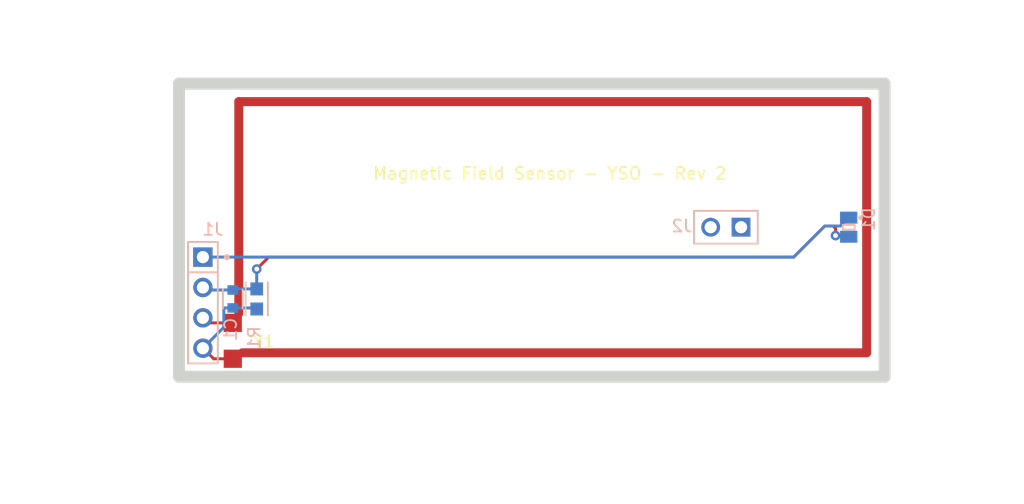
<source format=kicad_pcb>
(kicad_pcb (version 20171130) (host pcbnew "(5.1.5-0-10_14)")

  (general
    (thickness 1.6)
    (drawings 15)
    (tracks 28)
    (zones 0)
    (modules 6)
    (nets 7)
  )

  (page A)
  (title_block
    (title "Magnetic Field Sensor - YSO")
    (date 2021-01-27)
    (rev 2)
    (company NthDegree)
  )

  (layers
    (0 F.Cu signal)
    (31 B.Cu signal)
    (32 B.Adhes user)
    (33 F.Adhes user)
    (34 B.Paste user)
    (35 F.Paste user)
    (36 B.SilkS user)
    (37 F.SilkS user)
    (38 B.Mask user)
    (39 F.Mask user)
    (40 Dwgs.User user)
    (41 Cmts.User user)
    (42 Eco1.User user)
    (43 Eco2.User user)
    (44 Edge.Cuts user)
    (45 Margin user)
    (46 B.CrtYd user)
    (47 F.CrtYd user)
    (48 B.Fab user hide)
    (49 F.Fab user hide)
  )

  (setup
    (last_trace_width 0.25)
    (trace_clearance 0.2)
    (zone_clearance 0.508)
    (zone_45_only no)
    (trace_min 0.2)
    (via_size 0.8)
    (via_drill 0.4)
    (via_min_size 0.4)
    (via_min_drill 0.3)
    (uvia_size 0.3)
    (uvia_drill 0.1)
    (uvias_allowed no)
    (uvia_min_size 0.2)
    (uvia_min_drill 0.1)
    (edge_width 0.05)
    (segment_width 0.2)
    (pcb_text_width 0.3)
    (pcb_text_size 1.5 1.5)
    (mod_edge_width 0.12)
    (mod_text_size 1 1)
    (mod_text_width 0.15)
    (pad_size 1.524 1.524)
    (pad_drill 0.762)
    (pad_to_mask_clearance 0.05)
    (aux_axis_origin 90 115)
    (grid_origin 90 115)
    (visible_elements 7FFFFFFF)
    (pcbplotparams
      (layerselection 0x011f4_ffffffff)
      (usegerberextensions false)
      (usegerberattributes true)
      (usegerberadvancedattributes true)
      (creategerberjobfile true)
      (excludeedgelayer true)
      (linewidth 0.100000)
      (plotframeref false)
      (viasonmask false)
      (mode 1)
      (useauxorigin false)
      (hpglpennumber 1)
      (hpglpenspeed 20)
      (hpglpendiameter 15.000000)
      (psnegative false)
      (psa4output false)
      (plotreference true)
      (plotvalue true)
      (plotinvisibletext false)
      (padsonsilk false)
      (subtractmaskfromsilk false)
      (outputformat 1)
      (mirror false)
      (drillshape 0)
      (scaleselection 1)
      (outputdirectory ""))
  )

  (net 0 "")
  (net 1 GND)
  (net 2 /HSEN)
  (net 3 "Net-(J2-Pad2)")
  (net 4 "Net-(J2-Pad1)")
  (net 5 /LSEN)
  (net 6 /5V)

  (net_class Default "This is the default net class."
    (clearance 0.2)
    (trace_width 0.25)
    (via_dia 0.8)
    (via_drill 0.4)
    (uvia_dia 0.3)
    (uvia_drill 0.1)
    (add_net /5V)
    (add_net /HSEN)
    (add_net /LSEN)
    (add_net GND)
    (add_net "Net-(J2-Pad1)")
    (add_net "Net-(J2-Pad2)")
  )

  (module project:Field_Sensor_54_22 (layer F.Cu) (tedit 600ECB86) (tstamp 5FC17685)
    (at 96.5 102.5)
    (path /5FC37E3B)
    (attr smd)
    (fp_text reference Y1 (at 0.6 9.6) (layer F.SilkS)
      (effects (font (size 1 1) (thickness 0.15)))
    )
    (fp_text value Field_Sensor_54_22 (at 25 0) (layer F.Fab)
      (effects (font (size 1 1) (thickness 0.15)))
    )
    (fp_line (start 0 8.89) (end 0 1.27) (layer Dwgs.User) (width 1.27))
    (fp_line (start 49.53 8.89) (end 0 8.89) (layer Dwgs.User) (width 1.27))
    (fp_line (start 49.53 8.89) (end 49.53 -7.62) (layer Dwgs.User) (width 1.27))
    (fp_line (start 0 -8.89) (end 48.26 -8.89) (layer Dwgs.User) (width 1.27))
    (fp_line (start 0 -1.27) (end 0 -8.89) (layer Dwgs.User) (width 1.27))
    (fp_line (start -1.5 7.2) (end -1.5 -10.5) (layer F.Cu) (width 0.75))
    (fp_line (start -1.5 -10.5) (end 51 -10.5) (layer F.Cu) (width 0.75))
    (fp_line (start 51 -10.5) (end 51 10.5) (layer F.Cu) (width 0.75))
    (fp_line (start 51 10.5) (end -1.2 10.5) (layer F.Cu) (width 0.75))
    (pad 1 smd rect (at -2 8) (size 1.524 1.524) (layers F.Cu F.Mask)
      (net 2 /HSEN) (solder_mask_margin 0.2))
    (pad 2 smd rect (at -2 11) (size 1.524 1.524) (layers F.Cu F.Mask)
      (net 1 GND) (solder_mask_margin 0.2))
  )

  (module project:Yageo-RC0603-0-0-IPC_A (layer B.Cu) (tedit 5FBFC9BF) (tstamp 6011B63E)
    (at 96.5 108.5 270)
    (path /6012821D)
    (attr smd)
    (fp_text reference R1 (at 2.182915 0.2 90) (layer B.SilkS)
      (effects (font (size 1 1) (thickness 0.15)) (justify left mirror))
    )
    (fp_text value RC0603FR-071ML (at 0 0 90) (layer B.Fab)
      (effects (font (size 1.27 1.27) (thickness 0.15)) (justify mirror))
    )
    (fp_line (start 1.807916 -0.956066) (end 1.807916 0.956066) (layer B.CrtYd) (width 0.15))
    (fp_line (start -1.807914 -0.956066) (end 1.807916 -0.956066) (layer B.CrtYd) (width 0.15))
    (fp_line (start -1.807914 0.956066) (end -1.807914 -0.956066) (layer B.CrtYd) (width 0.15))
    (fp_line (start 1.807916 0.956066) (end -1.807914 0.956066) (layer B.CrtYd) (width 0.15))
    (fp_line (start 1.807916 0.956066) (end 1.807916 0.956066) (layer B.CrtYd) (width 0.15))
    (fp_line (start -1.382915 0.931066) (end 1.382915 0.931066) (layer B.SilkS) (width 0.15))
    (fp_line (start -1.382915 -0.931066) (end 1.382915 -0.931066) (layer B.SilkS) (width 0.15))
    (fp_line (start 0.775 -0.425) (end -0.775 -0.425) (layer B.Fab) (width 0.15))
    (fp_line (start 0.775 0.425) (end 0.775 -0.425) (layer B.Fab) (width 0.15))
    (fp_line (start -0.775 0.425) (end 0.775 0.425) (layer B.Fab) (width 0.15))
    (fp_line (start -0.775 -0.425) (end -0.775 0.425) (layer B.Fab) (width 0.15))
    (pad 1 smd rect (at -0.840393 0 270) (size 1.085043 1.062132) (layers B.Cu B.Paste B.Mask)
      (net 5 /LSEN))
    (pad 2 smd rect (at 0.840394 0 270) (size 1.085043 1.062132) (layers B.Cu B.Paste B.Mask)
      (net 1 GND))
    (model project.models/RES0603.stp
      (at (xyz 0 0 0))
      (scale (xyz 1 1 1))
      (rotate (xyz 0 0 0))
    )
  )

  (module project:Molex-SD-42375-001-0-0-0 (layer B.Cu) (tedit 6011ACE1) (tstamp 5FC174A9)
    (at 92 108.81 180)
    (path /6011DE8C)
    (fp_text reference J1 (at -1.795 6.13) (layer B.SilkS)
      (effects (font (size 1 1) (thickness 0.15)) (justify left mirror))
    )
    (fp_text value 22-28-4043 (at 0 0) (layer B.Fab)
      (effects (font (size 1.27 1.27) (thickness 0.15)) (justify mirror))
    )
    (fp_line (start 1.395 -5.23) (end 1.395 5.23) (layer B.CrtYd) (width 0.15))
    (fp_line (start -1.395 -5.23) (end 1.395 -5.23) (layer B.CrtYd) (width 0.15))
    (fp_line (start -1.395 5.23) (end -1.395 -5.23) (layer B.CrtYd) (width 0.15))
    (fp_line (start 1.395 5.23) (end -1.395 5.23) (layer B.CrtYd) (width 0.15))
    (fp_line (start 1.395 5.23) (end 1.395 5.23) (layer B.CrtYd) (width 0.15))
    (fp_line (start -1.245 2.54) (end 1.245 2.54) (layer B.SilkS) (width 0.15))
    (fp_line (start 1.245 -5.08) (end -1.245 -5.08) (layer B.SilkS) (width 0.15))
    (fp_line (start 1.245 5.08) (end 1.245 -5.08) (layer B.SilkS) (width 0.15))
    (fp_line (start -1.245 5.08) (end 1.245 5.08) (layer B.SilkS) (width 0.15))
    (fp_line (start -1.245 -5.08) (end -1.245 5.08) (layer B.SilkS) (width 0.15))
    (fp_line (start 1.245 -5.08) (end -1.245 -5.08) (layer B.Fab) (width 0.15))
    (fp_line (start 1.245 5.08) (end 1.245 -5.08) (layer B.Fab) (width 0.15))
    (fp_line (start -1.245 5.08) (end 1.245 5.08) (layer B.Fab) (width 0.15))
    (fp_line (start -1.245 -5.08) (end -1.245 5.08) (layer B.Fab) (width 0.15))
    (fp_circle (center -1.995 3.81) (end -1.87 3.81) (layer B.SilkS) (width 0.25))
    (pad 4 thru_hole circle (at 0 -3.81 180) (size 1.62 1.62) (drill 1.02) (layers *.Cu)
      (net 1 GND))
    (pad 3 thru_hole circle (at 0 -1.27 180) (size 1.62 1.62) (drill 1.02) (layers *.Cu)
      (net 2 /HSEN))
    (pad 2 thru_hole circle (at 0 1.27 180) (size 1.62 1.62) (drill 1.02) (layers *.Cu)
      (net 5 /LSEN))
    (pad 1 thru_hole rect (at 0 3.81 180) (size 1.62 1.62) (drill 1.02) (layers *.Cu)
      (net 6 /5V))
    (model project.models/Molex_-_22-28-4043.step
      (offset (xyz 0 0 2.2))
      (scale (xyz 1 1 1))
      (rotate (xyz 0 180 0))
    )
  )

  (module project:XDCR_TEMD7000X01 (layer B.Cu) (tedit 600C323D) (tstamp 6011B5F3)
    (at 146 102.5 90)
    (path /6012DAB0)
    (attr smd)
    (fp_text reference D1 (at 0.675 1.675 90) (layer B.SilkS)
      (effects (font (size 1 1) (thickness 0.15)) (justify mirror))
    )
    (fp_text value TEMD7000X01 (at 7.66 -1.665 90) (layer B.Fab)
      (effects (font (size 1 1) (thickness 0.15)) (justify mirror))
    )
    (fp_line (start 0.2 0.5) (end -0.2 0.5) (layer B.SilkS) (width 0.15))
    (fp_line (start 0.2 -0.5) (end 0.2 0.5) (layer B.SilkS) (width 0.15))
    (fp_line (start -0.2 -0.5) (end 0.2 -0.5) (layer B.SilkS) (width 0.15))
    (fp_line (start -0.2 0.5) (end -0.2 -0.5) (layer B.SilkS) (width 0.15))
    (fp_line (start 1.55 0.875) (end -1.55 0.875) (layer B.CrtYd) (width 0.05))
    (fp_line (start -1.55 -0.875) (end -1.55 0.875) (layer B.CrtYd) (width 0.05))
    (fp_line (start 1.55 -0.875) (end -1.55 -0.875) (layer B.CrtYd) (width 0.05))
    (fp_line (start 1.55 0.875) (end 1.55 -0.875) (layer B.CrtYd) (width 0.05))
    (fp_circle (center 0.8 1) (end 0.9 1) (layer B.SilkS) (width 0.2))
    (fp_line (start -1 -0.625) (end -1 0.625) (layer B.Fab) (width 0.127))
    (fp_line (start 1 -0.625) (end -1 -0.625) (layer B.Fab) (width 0.127))
    (fp_line (start 1 0.625) (end 1 -0.625) (layer B.Fab) (width 0.127))
    (fp_line (start -1 0.625) (end 1 0.625) (layer B.Fab) (width 0.127))
    (pad C smd rect (at 0.8 0 90) (size 1 1.45) (layers B.Cu B.Paste B.Mask)
      (net 6 /5V))
    (pad A smd rect (at -0.8 0 90) (size 1 1.45) (layers B.Cu B.Paste B.Mask)
      (net 5 /LSEN))
    (model project.models/TEMD7000X01.step
      (at (xyz 0 0 0))
      (scale (xyz 1 1 1))
      (rotate (xyz -90 0 0))
    )
  )

  (module project:YAGEO-CC0603-0-0-0 (layer B.Cu) (tedit 5FBFC9AD) (tstamp 6011B5E0)
    (at 94.5 108.5 270)
    (path /601246D1)
    (attr smd)
    (fp_text reference C1 (at 1.475 0.175 90) (layer B.SilkS)
      (effects (font (size 1 1) (thickness 0.15)) (justify left mirror))
    )
    (fp_text value CC0603KRX7R9BB102 (at 0 0 90) (layer B.Fab)
      (effects (font (size 1.27 1.27) (thickness 0.15)) (justify mirror))
    )
    (fp_line (start -0.8 -0.825) (end 0.8 -0.825) (layer B.SilkS) (width 0.15))
    (fp_line (start -0.8 0.825) (end 0.8 0.825) (layer B.SilkS) (width 0.15))
    (fp_line (start 1.275 -0.675) (end 1.275 0.675) (layer B.CrtYd) (width 0.15))
    (fp_line (start -1.275 -0.675) (end 1.275 -0.675) (layer B.CrtYd) (width 0.15))
    (fp_line (start -1.275 0.675) (end -1.275 -0.675) (layer B.CrtYd) (width 0.15))
    (fp_line (start 1.275 0.675) (end -1.275 0.675) (layer B.CrtYd) (width 0.15))
    (fp_line (start 1.275 0.675) (end 1.275 0.675) (layer B.CrtYd) (width 0.15))
    (fp_line (start 0.8 -0.4) (end -0.8 -0.4) (layer B.Fab) (width 0.15))
    (fp_line (start 0.8 0.4) (end 0.8 -0.4) (layer B.Fab) (width 0.15))
    (fp_line (start -0.8 0.4) (end 0.8 0.4) (layer B.Fab) (width 0.15))
    (fp_line (start -0.8 -0.4) (end -0.8 0.4) (layer B.Fab) (width 0.15))
    (pad 1 smd rect (at -0.75 0 270) (size 0.8 0.9) (layers B.Cu B.Paste B.Mask)
      (net 5 /LSEN))
    (pad 2 smd rect (at 0.75 0 270) (size 0.8 0.9) (layers B.Cu B.Paste B.Mask)
      (net 1 GND))
    (model project.models/CAP0603.stp
      (at (xyz 0 0 0))
      (scale (xyz 1 1 1))
      (rotate (xyz 0 0 0))
    )
  )

  (module project:Molex-22-28-4023-0-0-0 (layer B.Cu) (tedit 5FC1A4F4) (tstamp 5FC174BC)
    (at 135.73 102.5 180)
    (path /5FC3B79B)
    (fp_text reference J2 (at 4.63 0.1 180) (layer B.SilkS)
      (effects (font (size 1 1) (thickness 0.15)) (justify right mirror))
    )
    (fp_text value 22-28-4023 (at 0 0 180) (layer B.Fab)
      (effects (font (size 1.27 1.27) (thickness 0.15)) (justify mirror))
    )
    (fp_line (start -2.665 -1.37) (end -2.665 1.37) (layer B.Fab) (width 0.15))
    (fp_line (start -2.665 1.37) (end 2.665 1.37) (layer B.Fab) (width 0.15))
    (fp_line (start 2.665 1.37) (end 2.665 -1.37) (layer B.Fab) (width 0.15))
    (fp_line (start 2.665 -1.37) (end -2.665 -1.37) (layer B.Fab) (width 0.15))
    (fp_line (start -2.665 1.37) (end 2.665 1.37) (layer B.SilkS) (width 0.15))
    (fp_line (start 2.665 -1.37) (end 2.665 1.37) (layer B.SilkS) (width 0.15))
    (fp_line (start -2.665 -1.37) (end 2.665 -1.37) (layer B.SilkS) (width 0.15))
    (fp_line (start -2.665 -1.37) (end -2.665 1.37) (layer B.SilkS) (width 0.15))
    (fp_line (start 2.69 1.395) (end 2.69 1.395) (layer B.CrtYd) (width 0.15))
    (fp_line (start 2.69 1.395) (end -2.69 1.395) (layer B.CrtYd) (width 0.15))
    (fp_line (start -2.69 1.395) (end -2.69 -1.395) (layer B.CrtYd) (width 0.15))
    (fp_line (start -2.69 -1.395) (end 2.69 -1.395) (layer B.CrtYd) (width 0.15))
    (fp_line (start 2.69 -1.395) (end 2.69 1.395) (layer B.CrtYd) (width 0.15))
    (pad 2 thru_hole circle (at 1.27 0 180) (size 1.57 1.57) (drill 1.02) (layers *.Cu *.Mask)
      (net 3 "Net-(J2-Pad2)"))
    (pad 1 thru_hole rect (at -1.27 0 180) (size 1.57 1.57) (drill 1.02) (layers *.Cu *.Mask)
      (net 4 "Net-(J2-Pad1)"))
    (model project.models/Molex_-_22-28-4023.step
      (at (xyz 0 0 0))
      (scale (xyz 1 1 1))
      (rotate (xyz 0 0 0))
    )
  )

  (dimension 57 (width 0.15) (layer Dwgs.User)
    (gr_text "57.000 mm" (at 120.5 122.299999) (layer Dwgs.User)
      (effects (font (size 1 1) (thickness 0.15)))
    )
    (feature1 (pts (xy 149 105) (xy 149 121.58642)))
    (feature2 (pts (xy 92 105) (xy 92 121.58642)))
    (crossbar (pts (xy 92 120.999999) (xy 149 120.999999)))
    (arrow1a (pts (xy 149 120.999999) (xy 147.873496 121.58642)))
    (arrow1b (pts (xy 149 120.999999) (xy 147.873496 120.413578)))
    (arrow2a (pts (xy 92 120.999999) (xy 93.126504 121.58642)))
    (arrow2b (pts (xy 92 120.999999) (xy 93.126504 120.413578)))
  )
  (dimension 12.5 (width 0.15) (layer Dwgs.User)
    (gr_text "12.500 mm" (at 159.3 108.75 270) (layer Dwgs.User)
      (effects (font (size 1 1) (thickness 0.15)))
    )
    (feature1 (pts (xy 137 115) (xy 158.586421 115)))
    (feature2 (pts (xy 137 102.5) (xy 158.586421 102.5)))
    (crossbar (pts (xy 158 102.5) (xy 158 115)))
    (arrow1a (pts (xy 158 115) (xy 157.413579 113.873496)))
    (arrow1b (pts (xy 158 115) (xy 158.586421 113.873496)))
    (arrow2a (pts (xy 158 102.5) (xy 157.413579 103.626504)))
    (arrow2b (pts (xy 158 102.5) (xy 158.586421 103.626504)))
  )
  (dimension 12 (width 0.15) (layer Dwgs.User)
    (gr_text "12.000 mm" (at 143 84.2) (layer Dwgs.User)
      (effects (font (size 1 1) (thickness 0.15)))
    )
    (feature1 (pts (xy 149 102.5) (xy 149 84.913579)))
    (feature2 (pts (xy 137 102.5) (xy 137 84.913579)))
    (crossbar (pts (xy 137 85.5) (xy 149 85.5)))
    (arrow1a (pts (xy 149 85.5) (xy 147.873496 86.086421)))
    (arrow1b (pts (xy 149 85.5) (xy 147.873496 84.913579)))
    (arrow2a (pts (xy 137 85.5) (xy 138.126504 86.086421)))
    (arrow2b (pts (xy 137 85.5) (xy 138.126504 84.913579)))
  )
  (dimension 3 (width 0.15) (layer Dwgs.User)
    (gr_text "3.000 mm" (at 93.5 86.7) (layer Dwgs.User)
      (effects (font (size 1 1) (thickness 0.15)))
    )
    (feature1 (pts (xy 95 105) (xy 95 87.413579)))
    (feature2 (pts (xy 92 105) (xy 92 87.413579)))
    (crossbar (pts (xy 92 88) (xy 95 88)))
    (arrow1a (pts (xy 95 88) (xy 93.873496 88.586421)))
    (arrow1b (pts (xy 95 88) (xy 93.873496 87.413579)))
    (arrow2a (pts (xy 92 88) (xy 93.126504 88.586421)))
    (arrow2b (pts (xy 92 88) (xy 93.126504 87.413579)))
  )
  (dimension 2 (width 0.15) (layer Dwgs.User)
    (gr_text "2.000 mm" (at 153.8 114 270) (layer Dwgs.User)
      (effects (font (size 1 1) (thickness 0.15)))
    )
    (feature1 (pts (xy 147.5 115) (xy 153.086421 115)))
    (feature2 (pts (xy 147.5 113) (xy 153.086421 113)))
    (crossbar (pts (xy 152.5 113) (xy 152.5 115)))
    (arrow1a (pts (xy 152.5 115) (xy 151.913579 113.873496)))
    (arrow1b (pts (xy 152.5 115) (xy 153.086421 113.873496)))
    (arrow2a (pts (xy 152.5 113) (xy 151.913579 114.126504)))
    (arrow2b (pts (xy 152.5 113) (xy 153.086421 114.126504)))
  )
  (dimension 1.5 (width 0.15) (layer Dwgs.User)
    (gr_text "1.500 mm" (at 148.25 118.3) (layer Dwgs.User)
      (effects (font (size 1 1) (thickness 0.15)))
    )
    (feature1 (pts (xy 147.5 113) (xy 147.5 117.586421)))
    (feature2 (pts (xy 149 113) (xy 149 117.586421)))
    (crossbar (pts (xy 149 117) (xy 147.5 117)))
    (arrow1a (pts (xy 147.5 117) (xy 148.626504 116.413579)))
    (arrow1b (pts (xy 147.5 117) (xy 148.626504 117.586421)))
    (arrow2a (pts (xy 149 117) (xy 147.873496 116.413579)))
    (arrow2b (pts (xy 149 117) (xy 147.873496 117.586421)))
  )
  (dimension 10 (width 0.15) (layer Dwgs.User)
    (gr_text "10.000 mm" (at 86.3 110 90) (layer Dwgs.User)
      (effects (font (size 1 1) (thickness 0.15)))
    )
    (feature1 (pts (xy 92 105) (xy 87.013579 105)))
    (feature2 (pts (xy 92 115) (xy 87.013579 115)))
    (crossbar (pts (xy 87.6 115) (xy 87.6 105)))
    (arrow1a (pts (xy 87.6 105) (xy 88.186421 106.126504)))
    (arrow1b (pts (xy 87.6 105) (xy 87.013579 106.126504)))
    (arrow2a (pts (xy 87.6 115) (xy 88.186421 113.873496)))
    (arrow2b (pts (xy 87.6 115) (xy 87.013579 113.873496)))
  )
  (dimension 2 (width 0.15) (layer Dwgs.User)
    (gr_text "2.000 mm" (at 91 99.7) (layer Dwgs.User)
      (effects (font (size 1 1) (thickness 0.15)))
    )
    (feature1 (pts (xy 92 110) (xy 92 100.413579)))
    (feature2 (pts (xy 90 110) (xy 90 100.413579)))
    (crossbar (pts (xy 90 101) (xy 92 101)))
    (arrow1a (pts (xy 92 101) (xy 90.873496 101.586421)))
    (arrow1b (pts (xy 92 101) (xy 90.873496 100.413579)))
    (arrow2a (pts (xy 90 101) (xy 91.126504 101.586421)))
    (arrow2b (pts (xy 90 101) (xy 91.126504 100.413579)))
  )
  (gr_text "Magnetic Field Sensor - YSO - Rev 2" (at 121 98) (layer F.SilkS)
    (effects (font (size 1 1) (thickness 0.15)))
  )
  (dimension 59 (width 0.15) (layer Dwgs.User)
    (gr_text "59.000 mm" (at 119.5 126.3) (layer Dwgs.User)
      (effects (font (size 1 1) (thickness 0.15)))
    )
    (feature1 (pts (xy 149 115) (xy 149 125.586421)))
    (feature2 (pts (xy 90 115) (xy 90 125.586421)))
    (crossbar (pts (xy 90 125) (xy 149 125)))
    (arrow1a (pts (xy 149 125) (xy 147.873496 125.586421)))
    (arrow1b (pts (xy 149 125) (xy 147.873496 124.413579)))
    (arrow2a (pts (xy 90 125) (xy 91.126504 125.586421)))
    (arrow2b (pts (xy 90 125) (xy 91.126504 124.413579)))
  )
  (dimension 24.5 (width 0.15) (layer Dwgs.User) (tstamp 5FC173F8)
    (gr_text "24.500 mm" (at 78.7 102.75 90) (layer Dwgs.User) (tstamp 5FC173F8)
      (effects (font (size 1 1) (thickness 0.15)))
    )
    (feature1 (pts (xy 95 90.5) (xy 79.413579 90.5)))
    (feature2 (pts (xy 95 115) (xy 79.413579 115)))
    (crossbar (pts (xy 80 115) (xy 80 90.5)))
    (arrow1a (pts (xy 80 90.5) (xy 80.586421 91.626504)))
    (arrow1b (pts (xy 80 90.5) (xy 79.413579 91.626504)))
    (arrow2a (pts (xy 80 115) (xy 80.586421 113.873496)))
    (arrow2b (pts (xy 80 115) (xy 79.413579 113.873496)))
  )
  (gr_line (start 149 115) (end 90 115) (layer Edge.Cuts) (width 1) (tstamp 5FC173DB))
  (gr_line (start 149 90.5) (end 149 115) (layer Edge.Cuts) (width 1))
  (gr_line (start 90 90.5) (end 149 90.5) (layer Edge.Cuts) (width 1))
  (gr_line (start 90 115) (end 90 90.5) (layer Edge.Cuts) (width 1) (tstamp 5FC173FD))

  (segment (start 94.5 113.5) (end 92.9 113.5) (width 0.25) (layer F.Cu) (net 1))
  (segment (start 92.9 113.5) (end 92 112.6) (width 0.25) (layer F.Cu) (net 1))
  (segment (start 96.409606 109.25) (end 96.5 109.340394) (width 0.25) (layer B.Cu) (net 1))
  (segment (start 94.5 109.25) (end 96.409606 109.25) (width 0.25) (layer B.Cu) (net 1))
  (segment (start 94.5 109.25) (end 93.75 109.25) (width 0.25) (layer B.Cu) (net 1))
  (segment (start 93.75 110.87) (end 92 112.62) (width 0.25) (layer B.Cu) (net 1))
  (segment (start 93.75 109.25) (end 93.75 110.87) (width 0.25) (layer B.Cu) (net 1))
  (segment (start 94.5 110.5) (end 92.5 110.5) (width 0.25) (layer F.Cu) (net 2))
  (segment (start 92.5 110.5) (end 92 110) (width 0.25) (layer F.Cu) (net 2))
  (segment (start 94.590393 107.659607) (end 94.5 107.75) (width 0.25) (layer B.Cu) (net 5))
  (segment (start 96.5 107.659607) (end 94.590393 107.659607) (width 0.25) (layer B.Cu) (net 5))
  (segment (start 92.21 107.75) (end 92 107.54) (width 0.25) (layer B.Cu) (net 5))
  (segment (start 94.5 107.75) (end 92.21 107.75) (width 0.25) (layer B.Cu) (net 5))
  (via (at 96.5 106) (size 0.8) (drill 0.4) (layers F.Cu B.Cu) (net 5))
  (segment (start 96.5 106) (end 96.5 107.659607) (width 0.25) (layer B.Cu) (net 5))
  (segment (start 145 103.3) (end 144.9 103.2) (width 0.25) (layer B.Cu) (net 5))
  (segment (start 146 103.3) (end 145 103.3) (width 0.25) (layer B.Cu) (net 5))
  (via (at 144.9 103.2) (size 0.8) (drill 0.4) (layers F.Cu B.Cu) (net 5))
  (segment (start 144.9 102.6) (end 144.9 103.2) (width 0.25) (layer F.Cu) (net 5))
  (segment (start 144.7 102.4) (end 144.9 102.6) (width 0.25) (layer F.Cu) (net 5))
  (segment (start 144 102.4) (end 144.7 102.4) (width 0.25) (layer F.Cu) (net 5))
  (segment (start 141.4 105) (end 144 102.4) (width 0.25) (layer F.Cu) (net 5))
  (segment (start 97.5 105) (end 141.4 105) (width 0.25) (layer F.Cu) (net 5))
  (segment (start 96.5 106) (end 97.5 105) (width 0.25) (layer F.Cu) (net 5))
  (segment (start 145.3 102.4) (end 146 101.7) (width 0.25) (layer B.Cu) (net 6))
  (segment (start 144 102.4) (end 145.3 102.4) (width 0.25) (layer B.Cu) (net 6))
  (segment (start 141.4 105) (end 144 102.4) (width 0.25) (layer B.Cu) (net 6))
  (segment (start 92 105) (end 141.4 105) (width 0.25) (layer B.Cu) (net 6))

)

</source>
